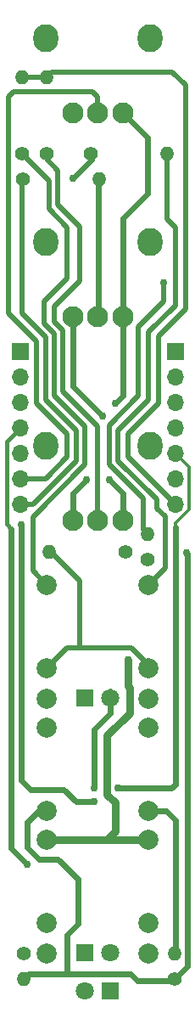
<source format=gbr>
%TF.GenerationSoftware,KiCad,Pcbnew,7.0.8*%
%TF.CreationDate,2024-02-10T19:54:04+11:00*%
%TF.ProjectId,JNTUB,4a4e5455-422e-46b6-9963-61645f706362,rev?*%
%TF.SameCoordinates,Original*%
%TF.FileFunction,Copper,L1,Top*%
%TF.FilePolarity,Positive*%
%FSLAX46Y46*%
G04 Gerber Fmt 4.6, Leading zero omitted, Abs format (unit mm)*
G04 Created by KiCad (PCBNEW 7.0.8) date 2024-02-10 19:54:04*
%MOMM*%
%LPD*%
G01*
G04 APERTURE LIST*
%TA.AperFunction,ComponentPad*%
%ADD10R,1.800000X1.800000*%
%TD*%
%TA.AperFunction,ComponentPad*%
%ADD11C,1.800000*%
%TD*%
%TA.AperFunction,ComponentPad*%
%ADD12R,1.700000X1.700000*%
%TD*%
%TA.AperFunction,ComponentPad*%
%ADD13O,1.700000X1.700000*%
%TD*%
%TA.AperFunction,ComponentPad*%
%ADD14O,1.400000X1.400000*%
%TD*%
%TA.AperFunction,ComponentPad*%
%ADD15C,1.400000*%
%TD*%
%TA.AperFunction,ComponentPad*%
%ADD16C,2.000000*%
%TD*%
%TA.AperFunction,ComponentPad*%
%ADD17C,2.100000*%
%TD*%
%TA.AperFunction,ComponentPad*%
%ADD18O,2.500000X2.800000*%
%TD*%
%TA.AperFunction,ViaPad*%
%ADD19C,0.762000*%
%TD*%
%TA.AperFunction,Conductor*%
%ADD20C,0.609600*%
%TD*%
%TA.AperFunction,Conductor*%
%ADD21C,0.508000*%
%TD*%
%TA.AperFunction,Conductor*%
%ADD22C,0.304800*%
%TD*%
%TA.AperFunction,Conductor*%
%ADD23C,0.406400*%
%TD*%
%TA.AperFunction,Conductor*%
%ADD24C,0.762000*%
%TD*%
G04 APERTURE END LIST*
D10*
%TO.P,D6,1,K*%
%TO.N,GNDREF*%
X226314000Y-126238000D03*
D11*
%TO.P,D6,2,A*%
%TO.N,/PeripheralBoard/CLK_LED*%
X228854000Y-126238000D03*
%TD*%
D12*
%TO.P,J7,1,Pin_1*%
%TO.N,+5V*%
X219837000Y-91694000D03*
D13*
%TO.P,J7,2,Pin_2*%
%TO.N,-5V*%
X219837000Y-94234000D03*
%TO.P,J7,3,Pin_3*%
%TO.N,unconnected-(J7-Pin_3-Pad3)*%
X219837000Y-96774000D03*
%TO.P,J7,4,Pin_4*%
%TO.N,/PeripheralBoard/LED_NEG*%
X219837000Y-99314000D03*
%TO.P,J7,5,Pin_5*%
%TO.N,/PeripheralBoard/LED_POS*%
X219837000Y-101854000D03*
%TO.P,J7,6,Pin_6*%
%TO.N,/PeripheralBoard/P3_POT*%
X219837000Y-104394000D03*
%TO.P,J7,7,Pin_7*%
%TO.N,/PeripheralBoard/P2_AVG*%
X219837000Y-106934000D03*
%TD*%
D14*
%TO.P,R7,2*%
%TO.N,/PeripheralBoard/P1_AVG*%
X222450000Y-64390000D03*
D15*
%TO.P,R7,1*%
%TO.N,/PeripheralBoard/P1_POT*%
X222450000Y-72010000D03*
%TD*%
%TO.P,R29,1*%
%TO.N,GNDREF*%
X230320000Y-111720000D03*
D14*
%TO.P,R29,2*%
%TO.N,Net-(J1-Pad2)*%
X222700000Y-111720000D03*
%TD*%
D16*
%TO.P,J3,2*%
%TO.N,unconnected-(J3-Pad2)*%
X222504000Y-129208000D03*
%TO.P,J3,3*%
%TO.N,/PeripheralBoard/CLK_TRG*%
X222504000Y-137508000D03*
%TD*%
%TO.P,J1,1*%
%TO.N,GNDREF*%
X222504000Y-126368000D03*
%TO.P,J1,2*%
%TO.N,Net-(J1-Pad2)*%
X222504000Y-123268000D03*
%TO.P,J1,3*%
%TO.N,/PeripheralBoard/P1_CV*%
X222504000Y-114968000D03*
%TD*%
D17*
%TO.P,RV1,1,1*%
%TO.N,-5V*%
X225084000Y-108592000D03*
%TO.P,RV1,2,2*%
%TO.N,/PeripheralBoard/P1_POT*%
X227584000Y-108592000D03*
%TO.P,RV1,3,3*%
%TO.N,+5V*%
X230084000Y-108592000D03*
D18*
%TO.P,RV1,MP,MountPin*%
%TO.N,GNDREF*%
X222384000Y-101092000D03*
X232784000Y-101092000D03*
%TD*%
D11*
%TO.P,D8,2,A*%
%TO.N,/PeripheralBoard/LED_NEG*%
X226314000Y-155448000D03*
D10*
%TO.P,D8,1,K*%
%TO.N,/PeripheralBoard/LED_POS*%
X228854000Y-155448000D03*
%TD*%
D16*
%TO.P,J5,1*%
%TO.N,GNDREF*%
X222504000Y-151768000D03*
%TO.P,J5,2*%
%TO.N,unconnected-(J5-Pad2)*%
X222504000Y-148668000D03*
%TO.P,J5,3*%
%TO.N,/PeripheralBoard/OUT1*%
X222504000Y-140368000D03*
%TD*%
%TO.P,J2,1*%
%TO.N,GNDREF*%
X232664000Y-126368000D03*
%TO.P,J2,2*%
%TO.N,Net-(J1-Pad2)*%
X232664000Y-123268000D03*
%TO.P,J2,3*%
%TO.N,/PeripheralBoard/P2_CV*%
X232664000Y-114968000D03*
%TD*%
%TO.P,J6,1*%
%TO.N,GNDREF*%
X232664000Y-151768000D03*
%TO.P,J6,2*%
%TO.N,unconnected-(J6-Pad2)*%
X232664000Y-148668000D03*
%TO.P,J6,3*%
%TO.N,/PeripheralBoard/OUT1*%
X232664000Y-140368000D03*
%TD*%
%TO.P,J4,2*%
%TO.N,unconnected-(J4-Pad2)*%
X232664000Y-129208000D03*
%TO.P,J4,3*%
%TO.N,/PeripheralBoard/DITTO*%
X232664000Y-137508000D03*
%TD*%
D17*
%TO.P,RV2,1,1*%
%TO.N,-5V*%
X225084000Y-88272000D03*
%TO.P,RV2,2,2*%
%TO.N,/PeripheralBoard/P2_POT*%
X227584000Y-88272000D03*
%TO.P,RV2,3,3*%
%TO.N,+5V*%
X230084000Y-88272000D03*
D18*
%TO.P,RV2,MP,MountPin*%
%TO.N,GNDREF*%
X222384000Y-80772000D03*
X232784000Y-80772000D03*
%TD*%
D12*
%TO.P,J8,1,Pin_1*%
%TO.N,/PeripheralBoard/OUT*%
X235331000Y-91694000D03*
D13*
%TO.P,J8,2,Pin_2*%
%TO.N,GNDREF*%
X235331000Y-94234000D03*
%TO.P,J8,3,Pin_3*%
X235331000Y-96774000D03*
%TO.P,J8,4,Pin_4*%
X235331000Y-99314000D03*
%TO.P,J8,5,Pin_5*%
%TO.N,/PeripheralBoard/CLK_LED*%
X235331000Y-101854000D03*
%TO.P,J8,6,Pin_6*%
%TO.N,/PeripheralBoard/CLK_TRG*%
X235331000Y-104394000D03*
%TO.P,J8,7,Pin_7*%
%TO.N,/PeripheralBoard/P1_AVG*%
X235331000Y-106934000D03*
%TD*%
D10*
%TO.P,D7,1,K*%
%TO.N,/PeripheralBoard/LED_NEG*%
X226314000Y-151638000D03*
D11*
%TO.P,D7,2,A*%
%TO.N,/PeripheralBoard/LED_POS*%
X228854000Y-151638000D03*
%TD*%
D17*
%TO.P,RV3,1,1*%
%TO.N,GNDREF*%
X225084000Y-67952000D03*
%TO.P,RV3,2,2*%
%TO.N,/PeripheralBoard/P3_POT*%
X227584000Y-67952000D03*
%TO.P,RV3,3,3*%
%TO.N,+5V*%
X230084000Y-67952000D03*
D18*
%TO.P,RV3,MP,MountPin*%
%TO.N,GNDREF*%
X222384000Y-60452000D03*
X232784000Y-60452000D03*
%TD*%
D14*
%TO.P,R3,2*%
%TO.N,/PeripheralBoard/P2_CV*%
X234490000Y-71990000D03*
D15*
%TO.P,R3,1*%
%TO.N,/PeripheralBoard/P2_AVG*%
X226870000Y-71990000D03*
%TD*%
%TO.P,R1,1*%
%TO.N,/PeripheralBoard/P2_AVG*%
X220090000Y-74510000D03*
D14*
%TO.P,R1,2*%
%TO.N,/PeripheralBoard/P2_POT*%
X227710000Y-74510000D03*
%TD*%
%TO.P,R9,2*%
%TO.N,/PeripheralBoard/P1_AVG*%
X219980000Y-64390000D03*
D15*
%TO.P,R9,1*%
%TO.N,/PeripheralBoard/P1_CV*%
X219980000Y-72010000D03*
%TD*%
D14*
%TO.P,R15,2*%
%TO.N,/PeripheralBoard/DITTO*%
X235280000Y-151720000D03*
D15*
%TO.P,R15,1*%
%TO.N,/PeripheralBoard/CLK_TRG*%
X235280000Y-154260000D03*
%TD*%
%TO.P,R17,1*%
%TO.N,GNDREF*%
X220180000Y-151740000D03*
D14*
%TO.P,R17,2*%
%TO.N,/PeripheralBoard/CLK_TRG*%
X220180000Y-154280000D03*
%TD*%
D15*
%TO.P,R21,1*%
%TO.N,/PeripheralBoard/OUT1*%
X232540000Y-112480000D03*
D14*
%TO.P,R21,2*%
%TO.N,/PeripheralBoard/OUT*%
X232540000Y-109940000D03*
%TD*%
D19*
%TO.N,-5V*%
X226441000Y-104521000D03*
%TO.N,+5V*%
X228727000Y-104521000D03*
X229362000Y-96869902D03*
%TO.N,/PeripheralBoard/OUT*%
X234188000Y-84836000D03*
%TO.N,/PeripheralBoard/CLK_TRG*%
X236474000Y-111760000D03*
%TO.N,/PeripheralBoard/P2_AVG*%
X225130000Y-74440000D03*
%TO.N,/PeripheralBoard/CLK_LED*%
X229616000Y-135255000D03*
X227203000Y-135255000D03*
%TO.N,-5V*%
X228092000Y-98171000D03*
%TO.N,/PeripheralBoard/LED_POS*%
X219964000Y-108966000D03*
X227210000Y-136630000D03*
%TO.N,/PeripheralBoard/OUT1*%
X230620000Y-122440000D03*
%TO.N,/PeripheralBoard/LED_NEG*%
X220560000Y-142870000D03*
%TD*%
D20*
%TO.N,+5V*%
X230084000Y-78399000D02*
X232537000Y-75946000D01*
X230084000Y-105878000D02*
X228727000Y-104521000D01*
X230084000Y-108592000D02*
X230084000Y-105878000D01*
X230084000Y-85685000D02*
X230084000Y-88272000D01*
D21*
%TO.N,Net-(J1-Pad2)*%
X222504000Y-123268000D02*
X224487000Y-121285000D01*
D20*
%TO.N,-5V*%
X225084000Y-108592000D02*
X225084000Y-105878000D01*
D21*
%TO.N,/PeripheralBoard/P1_AVG*%
X236347000Y-65151000D02*
X236347000Y-87503000D01*
D20*
%TO.N,+5V*%
X230084000Y-85685000D02*
X230084000Y-78399000D01*
D21*
%TO.N,/PeripheralBoard/P3_POT*%
X227076000Y-65786000D02*
X227584000Y-66294000D01*
X227584000Y-66294000D02*
X227584000Y-67952000D01*
X219202000Y-65786000D02*
X227076000Y-65786000D01*
X224536000Y-102235000D02*
X224536000Y-99949000D01*
X218694000Y-87884000D02*
X218694000Y-66294000D01*
X219837000Y-104394000D02*
X222377000Y-104394000D01*
X222377000Y-104394000D02*
X224536000Y-102235000D01*
X224536000Y-99949000D02*
X221488000Y-96901000D01*
X218694000Y-66294000D02*
X219202000Y-65786000D01*
X221488000Y-90678000D02*
X218694000Y-87884000D01*
X221488000Y-96901000D02*
X221488000Y-90678000D01*
D22*
%TO.N,/PeripheralBoard/CLK_LED*%
X235331000Y-108868658D02*
X235331000Y-109220000D01*
D20*
X234950000Y-135255000D02*
X235331000Y-134874000D01*
X227203000Y-129413000D02*
X228854000Y-127762000D01*
D23*
X228854000Y-125476000D02*
X228854000Y-126238000D01*
D20*
X235331000Y-134874000D02*
X235331000Y-109220000D01*
D22*
X236703790Y-107495868D02*
X235331000Y-108868658D01*
D20*
X229616000Y-135255000D02*
X234950000Y-135255000D01*
D22*
X235331000Y-101854000D02*
X236703790Y-103226790D01*
X236703790Y-103226790D02*
X236703790Y-107495868D01*
D20*
X228854000Y-127762000D02*
X228854000Y-126238000D01*
X227203000Y-135255000D02*
X227203000Y-129413000D01*
%TO.N,+5V*%
X230084000Y-96147902D02*
X229362000Y-96869902D01*
D21*
%TO.N,Net-(J1-Pad2)*%
X224487000Y-121285000D02*
X225806000Y-121285000D01*
D20*
%TO.N,-5V*%
X225084000Y-88272000D02*
X225084000Y-95163000D01*
X225084000Y-105878000D02*
X226441000Y-104521000D01*
X225084000Y-95163000D02*
X228092000Y-98171000D01*
%TO.N,+5V*%
X230084000Y-88272000D02*
X230084000Y-96147902D01*
%TO.N,-5V*%
X225044000Y-108552000D02*
X225084000Y-108592000D01*
D24*
%TO.N,/PeripheralBoard/OUT1*%
X222504000Y-140368000D02*
X228694000Y-140368000D01*
X228694000Y-140368000D02*
X232664000Y-140368000D01*
D20*
%TO.N,/PeripheralBoard/LED_POS*%
X220853000Y-135382000D02*
X219964000Y-134493000D01*
D21*
%TO.N,/PeripheralBoard/P1_POT*%
X225806000Y-84709000D02*
X223266000Y-87249000D01*
X222450000Y-72010000D02*
X222450000Y-72547604D01*
X227584000Y-99187000D02*
X227584000Y-108592000D01*
X225806000Y-79248000D02*
X225806000Y-84709000D01*
X222450000Y-72547604D02*
X223600000Y-73697604D01*
X224078810Y-89579324D02*
X224078810Y-95681810D01*
X223600000Y-73697604D02*
X223600000Y-77042000D01*
X223600000Y-77042000D02*
X225806000Y-79248000D01*
X223266000Y-87249000D02*
X223266000Y-88766514D01*
X224078810Y-95681810D02*
X227584000Y-99187000D01*
X223266000Y-88766514D02*
X224078810Y-89579324D01*
%TO.N,/PeripheralBoard/P1_AVG*%
X236347000Y-87503000D02*
X233680000Y-90170000D01*
X233680000Y-90170000D02*
X233680000Y-96901000D01*
X230632000Y-99949000D02*
X230632000Y-102235000D01*
X233680000Y-96901000D02*
X230632000Y-99949000D01*
X230632000Y-102235000D02*
X235331000Y-106934000D01*
X235036000Y-63840000D02*
X236347000Y-65151000D01*
X223000000Y-63840000D02*
X235036000Y-63840000D01*
X222450000Y-64390000D02*
X223000000Y-63840000D01*
X222450000Y-64390000D02*
X219980000Y-64390000D01*
D20*
%TO.N,+5V*%
X232537000Y-75946000D02*
X232537000Y-70405000D01*
X232537000Y-70405000D02*
X230084000Y-67952000D01*
D21*
%TO.N,/PeripheralBoard/P1_CV*%
X224536000Y-84455000D02*
X224536000Y-79375000D01*
D20*
%TO.N,/PeripheralBoard/LED_POS*%
X224155000Y-135382000D02*
X220853000Y-135382000D01*
X225403000Y-136630000D02*
X224155000Y-135382000D01*
X219964000Y-134493000D02*
X219964000Y-108966000D01*
X227210000Y-136630000D02*
X225403000Y-136630000D01*
%TO.N,/PeripheralBoard/P2_AVG*%
X225130000Y-74440000D02*
X226940000Y-72630000D01*
D21*
X221107000Y-106934000D02*
X225425000Y-102616000D01*
X222377000Y-90297000D02*
X219970000Y-87890000D01*
X219837000Y-106934000D02*
X221107000Y-106934000D01*
X225425000Y-102616000D02*
X225425000Y-99568000D01*
D20*
%TO.N,/PeripheralBoard/P2_POT*%
X227590000Y-88266000D02*
X227590000Y-74630000D01*
D21*
%TO.N,/PeripheralBoard/P2_AVG*%
X222377000Y-96520000D02*
X222377000Y-90297000D01*
X219970000Y-74630000D02*
X220090000Y-74510000D01*
D20*
%TO.N,/PeripheralBoard/P2_POT*%
X227590000Y-74630000D02*
X227710000Y-74510000D01*
D21*
%TO.N,/PeripheralBoard/P2_AVG*%
X219970000Y-87890000D02*
X219970000Y-74630000D01*
X225425000Y-99568000D02*
X222377000Y-96520000D01*
D20*
%TO.N,/PeripheralBoard/P2_POT*%
X227584000Y-88272000D02*
X227590000Y-88266000D01*
%TO.N,/PeripheralBoard/P2_AVG*%
X226940000Y-72630000D02*
X226940000Y-72060000D01*
X226940000Y-72060000D02*
X226870000Y-71990000D01*
%TO.N,/PeripheralBoard/DITTO*%
X235331000Y-151669000D02*
X235280000Y-151720000D01*
X234409000Y-137508000D02*
X235331000Y-138430000D01*
X235331000Y-138430000D02*
X235331000Y-151669000D01*
%TO.N,/PeripheralBoard/CLK_TRG*%
X235280000Y-154260000D02*
X236549600Y-152990400D01*
X236549600Y-152990400D02*
X236549600Y-111835600D01*
X236549600Y-111835600D02*
X236474000Y-111760000D01*
%TO.N,/PeripheralBoard/DITTO*%
X232664000Y-137508000D02*
X234409000Y-137508000D01*
D24*
%TO.N,/PeripheralBoard/OUT1*%
X230620000Y-125083000D02*
X230759000Y-125222000D01*
X230620000Y-122440000D02*
X230620000Y-125083000D01*
X230759000Y-127762000D02*
X228510000Y-130011000D01*
X229310000Y-136710000D02*
X229310000Y-139531000D01*
X228510000Y-135910000D02*
X229310000Y-136710000D01*
X228510000Y-130011000D02*
X228510000Y-135910000D01*
X230759000Y-125222000D02*
X230759000Y-127762000D01*
X229310000Y-139531000D02*
X228473000Y-140368000D01*
D20*
%TO.N,/PeripheralBoard/CLK_TRG*%
X225570000Y-148770000D02*
X225570000Y-144318302D01*
X235280000Y-154260000D02*
X235040000Y-154500000D01*
D21*
%TO.N,/PeripheralBoard/P1_CV*%
X222681801Y-77520801D02*
X222681801Y-74711801D01*
X222250000Y-86741000D02*
X224536000Y-84455000D01*
X223266000Y-96139000D02*
X223266000Y-89916000D01*
%TO.N,Net-(J1-Pad2)*%
X225806000Y-114612000D02*
X222914000Y-111720000D01*
D20*
%TO.N,/PeripheralBoard/LED_NEG*%
X220560000Y-142870000D02*
X218940000Y-141250000D01*
X218940000Y-141250000D02*
X218940000Y-109420000D01*
X218940000Y-109420000D02*
X218950000Y-109410000D01*
D21*
%TO.N,Net-(J1-Pad2)*%
X222914000Y-111720000D02*
X222700000Y-111720000D01*
D20*
%TO.N,/PeripheralBoard/LED_NEG*%
X219837000Y-99380159D02*
X219837000Y-99314000D01*
D23*
X218477400Y-100739759D02*
X219837000Y-99380159D01*
X218950000Y-109410000D02*
X218477400Y-108937400D01*
D20*
%TO.N,/PeripheralBoard/CLK_TRG*%
X230830000Y-153800000D02*
X224780000Y-153800000D01*
X235040000Y-154500000D02*
X231530000Y-154500000D01*
X231530000Y-154500000D02*
X230830000Y-153800000D01*
X220550000Y-138630000D02*
X221672000Y-137508000D01*
X223601698Y-142350000D02*
X221700000Y-142350000D01*
X220550000Y-141200000D02*
X220550000Y-138630000D01*
X225570000Y-144318302D02*
X223601698Y-142350000D01*
X224780000Y-153800000D02*
X224490000Y-153510000D01*
X221672000Y-137508000D02*
X222504000Y-137508000D01*
X221700000Y-142350000D02*
X220550000Y-141200000D01*
X224490000Y-149850000D02*
X225570000Y-148770000D01*
X224490000Y-153510000D02*
X224490000Y-149850000D01*
D21*
%TO.N,Net-(J1-Pad2)*%
X225806000Y-121285000D02*
X230945000Y-121285000D01*
X230945000Y-121285000D02*
X232664000Y-123004000D01*
X232664000Y-123004000D02*
X232664000Y-123268000D01*
D23*
%TO.N,/PeripheralBoard/LED_NEG*%
X218477400Y-108937400D02*
X218477400Y-100739759D01*
D20*
%TO.N,/PeripheralBoard/CLK_TRG*%
X220650000Y-153810000D02*
X220180000Y-154280000D01*
X224780000Y-153800000D02*
X224770000Y-153810000D01*
X224770000Y-153810000D02*
X220650000Y-153810000D01*
D21*
%TO.N,/PeripheralBoard/OUT*%
X234188000Y-86741000D02*
X234188000Y-84836000D01*
X232540000Y-109940000D02*
X232100000Y-109500000D01*
X228727000Y-102997000D02*
X228727000Y-99060000D01*
X232100000Y-109500000D02*
X232100000Y-106370000D01*
X228727000Y-99060000D02*
X231648000Y-96139000D01*
X231648000Y-89281000D02*
X234188000Y-86741000D01*
X231648000Y-96139000D02*
X231648000Y-89281000D01*
X232100000Y-106370000D02*
X228727000Y-102997000D01*
%TO.N,/PeripheralBoard/P2_CV*%
X233480000Y-107370000D02*
X234290000Y-108180000D01*
%TO.N,/PeripheralBoard/P1_CV*%
X224536000Y-79375000D02*
X222681801Y-77520801D01*
X226314000Y-102997000D02*
X226314000Y-99187000D01*
X222681801Y-74711801D02*
X219980000Y-72010000D01*
X222250000Y-88900000D02*
X222250000Y-86741000D01*
X222504000Y-114968000D02*
X221110000Y-113574000D01*
X226314000Y-99187000D02*
X223266000Y-96139000D01*
X221110000Y-108201000D02*
X226314000Y-102997000D01*
X221110000Y-113574000D02*
X221110000Y-108201000D01*
X223266000Y-89916000D02*
X222250000Y-88900000D01*
%TO.N,Net-(J1-Pad2)*%
X225806000Y-121285000D02*
X225806000Y-114612000D01*
%TO.N,/PeripheralBoard/P2_CV*%
X234290000Y-113342000D02*
X232664000Y-114968000D01*
X232664000Y-96520000D02*
X229616000Y-99568000D01*
X233480000Y-106480000D02*
X233480000Y-107370000D01*
X229616000Y-99568000D02*
X229616000Y-102616000D01*
X229616000Y-102616000D02*
X233480000Y-106480000D01*
X234290000Y-108180000D02*
X234290000Y-113342000D01*
X234510000Y-78554000D02*
X235331000Y-79375000D01*
X232664000Y-89789000D02*
X232664000Y-96520000D01*
X235331000Y-79375000D02*
X235331000Y-87122000D01*
X235331000Y-87122000D02*
X232664000Y-89789000D01*
X234510000Y-72010000D02*
X234510000Y-78554000D01*
X234490000Y-71990000D02*
X234510000Y-72010000D01*
%TD*%
M02*

</source>
